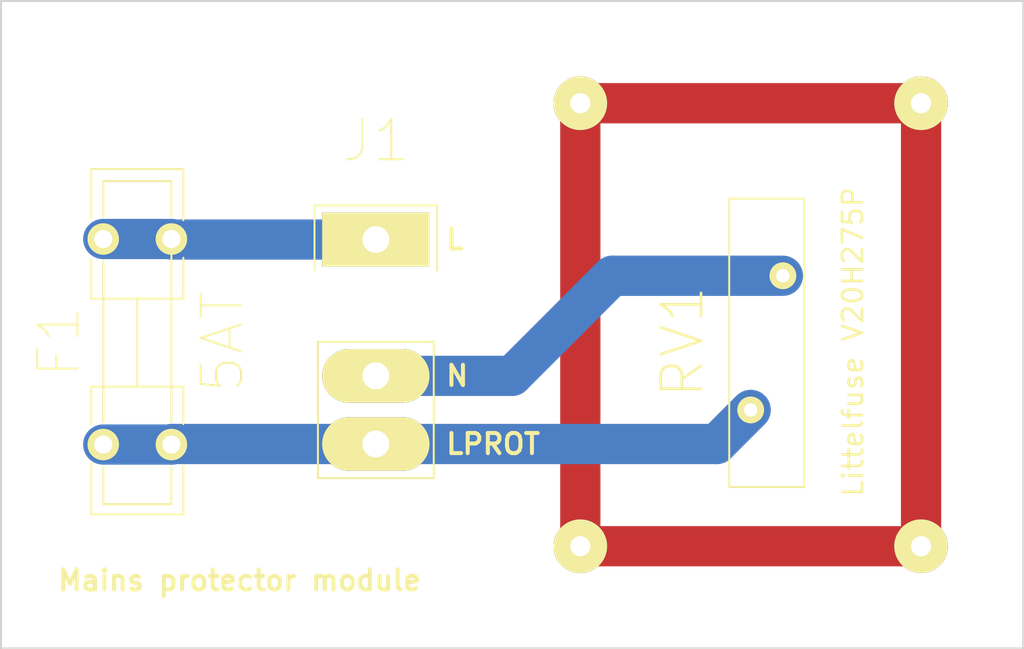
<source format=kicad_pcb>
(kicad_pcb (version 4) (host pcbnew 4.0.2+dfsg1-stable)

  (general
    (links 9)
    (no_connects 0)
    (area 109.144999 73.584999 185.495001 121.995001)
    (thickness 1.6)
    (drawings 8)
    (tracks 15)
    (zones 0)
    (modules 7)
    (nets 5)
  )

  (page A4)
  (title_block
    (title "MOV Surge Protector")
    (date 2017-10-03)
    (rev 1.0)
  )

  (layers
    (0 F.Cu signal)
    (31 B.Cu signal)
    (32 B.Adhes user)
    (33 F.Adhes user)
    (34 B.Paste user)
    (35 F.Paste user)
    (36 B.SilkS user)
    (37 F.SilkS user)
    (38 B.Mask user)
    (39 F.Mask user)
    (40 Dwgs.User user)
    (41 Cmts.User user)
    (42 Eco1.User user)
    (43 Eco2.User user)
    (44 Edge.Cuts user)
    (45 Margin user)
    (46 B.CrtYd user)
    (47 F.CrtYd user)
    (48 B.Fab user)
    (49 F.Fab user)
  )

  (setup
    (last_trace_width 3)
    (trace_clearance 1)
    (zone_clearance 0.508)
    (zone_45_only no)
    (trace_min 0.2)
    (segment_width 0.2)
    (edge_width 0.15)
    (via_size 0.6)
    (via_drill 0.4)
    (via_min_size 0.4)
    (via_min_drill 0.3)
    (uvia_size 0.3)
    (uvia_drill 0.1)
    (uvias_allowed no)
    (uvia_min_size 0.2)
    (uvia_min_drill 0.1)
    (pcb_text_width 0.3)
    (pcb_text_size 1.5 1.5)
    (mod_edge_width 0.15)
    (mod_text_size 1 1)
    (mod_text_width 0.15)
    (pad_size 4.0005 4.0005)
    (pad_drill 1.50114)
    (pad_to_mask_clearance 0.2)
    (aux_axis_origin 0 0)
    (visible_elements FFFFFF7F)
    (pcbplotparams
      (layerselection 0x010f0_80000001)
      (usegerberextensions false)
      (excludeedgelayer true)
      (linewidth 0.100000)
      (plotframeref false)
      (viasonmask false)
      (mode 1)
      (useauxorigin false)
      (hpglpennumber 1)
      (hpglpenspeed 20)
      (hpglpendiameter 15)
      (hpglpenoverlay 2)
      (psnegative false)
      (psa4output false)
      (plotreference true)
      (plotvalue true)
      (plotinvisibletext false)
      (padsonsilk false)
      (subtractmaskfromsilk false)
      (outputformat 1)
      (mirror false)
      (drillshape 0)
      (scaleselection 1)
      (outputdirectory ""))
  )

  (net 0 "")
  (net 1 "Net-(F1-Pad2)")
  (net 2 "Net-(F1-Pad1)")
  (net 3 "Net-(J1-Pad2)")
  (net 4 "Net-(MK1-Pad1)")

  (net_class Default "This is the default net class."
    (clearance 1)
    (trace_width 3)
    (via_dia 0.6)
    (via_drill 0.4)
    (uvia_dia 0.3)
    (uvia_drill 0.1)
    (add_net "Net-(F1-Pad1)")
    (add_net "Net-(F1-Pad2)")
    (add_net "Net-(J1-Pad2)")
    (add_net "Net-(MK1-Pad1)")
  )

  (module Fuse_Holders_and_Fuses:Fuseholder5x20_horiz_open_lateral_Type-II (layer F.Cu) (tedit 59D3EFA5) (tstamp 59D48CA9)
    (at 119.38 99.06 90)
    (descr "Fuseholder, 5x20, open, horizontal, Type-II, lateral,")
    (tags "Fuseholder, 5x20, open, horizontal, Type-II, lateral, Sicherungshalter, offen,")
    (path /59D3C993)
    (fp_text reference F1 (at 0 -5.842 90) (layer F.SilkS)
      (effects (font (size 3 3) (thickness 0.15)))
    )
    (fp_text value 5AT (at 0 6.35 90) (layer F.SilkS)
      (effects (font (size 3 3) (thickness 0.15)))
    )
    (fp_line (start 3.2512 0) (end -3.2512 0) (layer F.SilkS) (width 0.15))
    (fp_line (start 12.86764 3.429) (end 9.05764 3.429) (layer F.SilkS) (width 0.15))
    (fp_line (start 3.21564 3.429) (end 6.26364 3.429) (layer F.SilkS) (width 0.15))
    (fp_line (start 5.715 2.54) (end 8.382 2.54) (layer F.SilkS) (width 0.15))
    (fp_line (start 11.97864 2.54) (end 9.31164 2.54) (layer F.SilkS) (width 0.15))
    (fp_line (start 3.21564 -2.54) (end 6.00964 -2.54) (layer F.SilkS) (width 0.15))
    (fp_line (start 11.9761 -2.54) (end 9.3091 -2.54) (layer F.SilkS) (width 0.15))
    (fp_line (start 12.86764 -3.429) (end 9.18464 -3.429) (layer F.SilkS) (width 0.15))
    (fp_line (start 3.21564 -3.429) (end 6.13664 -3.429) (layer F.SilkS) (width 0.15))
    (fp_line (start -12.86764 3.429) (end -9.18464 3.429) (layer F.SilkS) (width 0.15))
    (fp_line (start -3.34264 3.429) (end -6.13664 3.429) (layer F.SilkS) (width 0.15))
    (fp_line (start -5.88264 2.54) (end -6.00964 2.54) (layer F.SilkS) (width 0.15))
    (fp_line (start -5.88264 2.54) (end -3.34264 2.54) (layer F.SilkS) (width 0.15))
    (fp_line (start -12.10564 2.54) (end -9.31164 2.54) (layer F.SilkS) (width 0.15))
    (fp_line (start -12.86764 -3.429) (end -9.05764 -3.429) (layer F.SilkS) (width 0.15))
    (fp_line (start -3.34264 -3.429) (end -6.13664 -3.429) (layer F.SilkS) (width 0.15))
    (fp_line (start -3.34264 -2.54) (end -6.00964 -2.54) (layer F.SilkS) (width 0.15))
    (fp_line (start -12.10564 -2.54) (end -9.31164 -2.54) (layer F.SilkS) (width 0.15))
    (fp_line (start 12.86764 -3.429) (end 12.86764 3.429) (layer F.SilkS) (width 0.15))
    (fp_line (start 3.21564 3.429) (end 3.21564 2.54) (layer F.SilkS) (width 0.15))
    (fp_line (start 3.21564 -3.429) (end 3.21564 -2.54) (layer F.SilkS) (width 0.15))
    (fp_line (start -12.86764 -3.429) (end -12.86764 3.429) (layer F.SilkS) (width 0.15))
    (fp_line (start -3.34264 3.429) (end -3.34264 2.54) (layer F.SilkS) (width 0.15))
    (fp_line (start -3.34264 -3.429) (end -3.34264 -2.413) (layer F.SilkS) (width 0.15))
    (fp_line (start 5.715 2.54) (end -5.969 2.54) (layer F.SilkS) (width 0.15))
    (fp_line (start -5.842 -2.54) (end 5.715 -2.54) (layer F.SilkS) (width 0.15))
    (fp_line (start -3.34264 0) (end -3.34264 -2.54) (layer F.SilkS) (width 0.15))
    (fp_line (start -12.1031 -2.54) (end -12.1031 2.54) (layer F.SilkS) (width 0.15))
    (fp_line (start -3.34264 2.54) (end -3.34264 0) (layer F.SilkS) (width 0.15))
    (fp_line (start 3.21564 0) (end 3.21564 -2.54) (layer F.SilkS) (width 0.15))
    (fp_line (start 11.9761 -2.54) (end 11.9761 2.54) (layer F.SilkS) (width 0.15))
    (fp_line (start 3.21564 2.54) (end 3.21564 0) (layer F.SilkS) (width 0.15))
    (pad 2 thru_hole circle (at 7.66064 -2.54 90) (size 2.3495 2.3495) (drill 1.34874) (layers *.Cu *.Mask F.SilkS)
      (net 1 "Net-(F1-Pad2)"))
    (pad 2 thru_hole circle (at 7.66064 2.54 90) (size 2.3495 2.3495) (drill 1.34874) (layers *.Cu *.Mask F.SilkS)
      (net 1 "Net-(F1-Pad2)"))
    (pad 1 thru_hole circle (at -7.66064 -2.54 90) (size 2.3495 2.3495) (drill 1.34874) (layers *.Cu *.Mask F.SilkS)
      (net 2 "Net-(F1-Pad1)"))
    (pad 1 thru_hole circle (at -7.66064 2.54 90) (size 2.3495 2.3495) (drill 1.34874) (layers *.Cu *.Mask F.SilkS)
      (net 2 "Net-(F1-Pad1)"))
  )

  (module fan-controller_parts:MOV_Surge_Protector (layer F.Cu) (tedit 59D3ECB9) (tstamp 59D48CBB)
    (at 137.16 91.44)
    (descr "MOV surge protector")
    (tags "mov surge protector")
    (path /59D3EB2E)
    (fp_text reference J1 (at 0 -7.366) (layer F.SilkS)
      (effects (font (size 3 3) (thickness 0.15)))
    )
    (fp_text value Conn_01x03_Female (at 0 -7.62) (layer F.Fab) hide
      (effects (font (size 1 1) (thickness 0.15)))
    )
    (fp_line (start 4.572 -2.54) (end 4.572 2.286) (layer F.SilkS) (width 0.15))
    (fp_line (start -4.572 -2.54) (end -4.572 2.286) (layer F.SilkS) (width 0.15))
    (fp_line (start -4.318 7.62) (end -4.318 17.78) (layer F.SilkS) (width 0.15))
    (fp_line (start -4.318 17.78) (end 4.318 17.78) (layer F.SilkS) (width 0.15))
    (fp_line (start 4.318 17.78) (end 4.318 7.62) (layer F.SilkS) (width 0.15))
    (fp_line (start 4.318 7.62) (end -4.318 7.62) (layer F.SilkS) (width 0.15))
    (fp_line (start -4.572 -2.54) (end 4.572 -2.54) (layer F.SilkS) (width 0.15))
    (fp_line (start -5.08 -5.08) (end -5.08 20.32) (layer F.CrtYd) (width 0.15))
    (fp_line (start -5.08 20.32) (end 5.08 20.32) (layer F.CrtYd) (width 0.15))
    (fp_line (start 5.08 20.32) (end 5.08 -5.08) (layer F.CrtYd) (width 0.15))
    (fp_line (start 5.08 -5.08) (end -5.08 -5.08) (layer F.CrtYd) (width 0.15))
    (pad 1 thru_hole rect (at 0 0) (size 8 4) (drill 2) (layers *.Cu *.Mask F.SilkS)
      (net 1 "Net-(F1-Pad2)"))
    (pad 2 thru_hole oval (at 0 10.16) (size 8 4) (drill 2) (layers *.Cu *.Mask F.SilkS)
      (net 3 "Net-(J1-Pad2)"))
    (pad 3 thru_hole oval (at 0 15.24) (size 8 4) (drill 2) (layers *.Cu *.Mask F.SilkS)
      (net 2 "Net-(F1-Pad1)"))
  )

  (module Varistors:RV_Disc_D21.5_W5.6_P10 (layer F.Cu) (tedit 59D3F0AB) (tstamp 59D48CC1)
    (at 165.1 104.14 90)
    (tags "varistor SIOV")
    (path /59D3C928)
    (fp_text reference RV1 (at 5.08 -5.08 90) (layer F.SilkS)
      (effects (font (size 3 3) (thickness 0.2)))
    )
    (fp_text value "Littelfuse V20H275P" (at 5.08 7.62 90) (layer F.SilkS)
      (effects (font (size 1.5 1.5) (thickness 0.2)))
    )
    (fp_line (start -6 4.25) (end 16 4.25) (layer F.CrtYd) (width 0.05))
    (fp_line (start -6 -1.85) (end 16 -1.85) (layer F.CrtYd) (width 0.05))
    (fp_line (start 16 -1.85) (end 16 4.25) (layer F.CrtYd) (width 0.05))
    (fp_line (start -6 -1.85) (end -6 4.25) (layer F.CrtYd) (width 0.05))
    (fp_line (start -5.75 4) (end 15.75 4) (layer F.SilkS) (width 0.15))
    (fp_line (start -5.75 -1.6) (end 15.75 -1.6) (layer F.SilkS) (width 0.15))
    (fp_line (start 15.75 -1.6) (end 15.75 4) (layer F.SilkS) (width 0.15))
    (fp_line (start -5.75 -1.6) (end -5.75 4) (layer F.SilkS) (width 0.15))
    (pad 1 thru_hole circle (at 0 0 90) (size 2 2) (drill 1) (layers *.Cu *.Mask F.SilkS)
      (net 2 "Net-(F1-Pad1)"))
    (pad 2 thru_hole circle (at 10 2.4 90) (size 2 2) (drill 1) (layers *.Cu *.Mask F.SilkS)
      (net 3 "Net-(J1-Pad2)"))
  )

  (module Wire_Pads:SolderWirePad_single_1-5mmDrill (layer F.Cu) (tedit 59D3EF19) (tstamp 59D499D8)
    (at 152.4 81.28)
    (path /59D3F019)
    (fp_text reference MK1 (at 0 -3.81) (layer F.SilkS) hide
      (effects (font (size 1 1) (thickness 0.15)))
    )
    (fp_text value Mounting_Hole_PAD (at -0.635 3.81) (layer F.Fab) hide
      (effects (font (size 1 1) (thickness 0.15)))
    )
    (pad 1 thru_hole circle (at 0 0) (size 4.0005 4.0005) (drill 1.50114) (layers *.Cu *.Mask F.SilkS)
      (net 4 "Net-(MK1-Pad1)"))
  )

  (module Wire_Pads:SolderWirePad_single_1-5mmDrill (layer F.Cu) (tedit 59D3EEF9) (tstamp 59D499DD)
    (at 177.8 81.28)
    (path /59D3EFE7)
    (fp_text reference MK2 (at 0 -3.81) (layer F.SilkS) hide
      (effects (font (size 1 1) (thickness 0.15)))
    )
    (fp_text value Mounting_Hole_PAD (at -0.635 3.81) (layer F.Fab) hide
      (effects (font (size 1 1) (thickness 0.15)))
    )
    (pad 1 thru_hole circle (at 0 0) (size 4.0005 4.0005) (drill 1.50114) (layers *.Cu *.Mask F.SilkS)
      (net 4 "Net-(MK1-Pad1)"))
  )

  (module Wire_Pads:SolderWirePad_single_1-5mmDrill (layer F.Cu) (tedit 59D3EF2F) (tstamp 59D499E2)
    (at 152.4 114.3)
    (path /59D3EFBA)
    (fp_text reference MK3 (at 0 -3.81) (layer F.SilkS) hide
      (effects (font (size 1 1) (thickness 0.15)))
    )
    (fp_text value Mounting_Hole_PAD (at -0.635 3.81) (layer F.Fab) hide
      (effects (font (size 1 1) (thickness 0.15)))
    )
    (pad 1 thru_hole circle (at 0 0) (size 4.0005 4.0005) (drill 1.50114) (layers *.Cu *.Mask F.SilkS)
      (net 4 "Net-(MK1-Pad1)"))
  )

  (module Wire_Pads:SolderWirePad_single_1-5mmDrill (layer F.Cu) (tedit 59D3EF47) (tstamp 59D499E7)
    (at 177.8 114.3)
    (path /59D3EF52)
    (fp_text reference MK4 (at 0 -3.81) (layer F.SilkS) hide
      (effects (font (size 1 1) (thickness 0.15)))
    )
    (fp_text value Mounting_Hole_PAD (at -0.635 3.81) (layer F.Fab) hide
      (effects (font (size 1 1) (thickness 0.15)))
    )
    (pad 1 thru_hole circle (at 0 0) (size 4.0005 4.0005) (drill 1.50114) (layers *.Cu *.Mask F.SilkS)
      (net 4 "Net-(MK1-Pad1)"))
  )

  (gr_text LPROT (at 142.24 106.68) (layer F.SilkS)
    (effects (font (size 1.5 1.5) (thickness 0.3)) (justify left))
  )
  (gr_text N (at 142.24 101.6) (layer F.SilkS)
    (effects (font (size 1.5 1.5) (thickness 0.3)) (justify left))
  )
  (gr_text L (at 142.24 91.44) (layer F.SilkS)
    (effects (font (size 1.5 1.5) (thickness 0.3)) (justify left))
  )
  (gr_text "Mains protector module" (at 127 116.84) (layer F.SilkS)
    (effects (font (size 1.5 1.5) (thickness 0.3)))
  )
  (gr_line (start 185.42 121.92) (end 185.42 73.66) (angle 90) (layer Edge.Cuts) (width 0.15))
  (gr_line (start 109.22 121.92) (end 185.42 121.92) (angle 90) (layer Edge.Cuts) (width 0.15))
  (gr_line (start 109.22 73.66) (end 109.22 121.92) (angle 90) (layer Edge.Cuts) (width 0.15))
  (gr_line (start 185.42 73.66) (end 109.22 73.66) (angle 90) (layer Edge.Cuts) (width 0.15))

  (segment (start 137.16 91.44) (end 121.96064 91.44) (width 3) (layer B.Cu) (net 1))
  (segment (start 121.96064 91.44) (end 121.92 91.39936) (width 3) (layer B.Cu) (net 1) (tstamp 59D493AB))
  (segment (start 121.92 91.39936) (end 116.84 91.39936) (width 3) (layer B.Cu) (net 1) (tstamp 59D493AC))
  (segment (start 137.16 106.68) (end 162.56 106.68) (width 3) (layer B.Cu) (net 2))
  (segment (start 162.56 106.68) (end 165.1 104.14) (width 3) (layer B.Cu) (net 2) (tstamp 59D493BA))
  (segment (start 137.16 106.68) (end 121.96064 106.68) (width 3) (layer B.Cu) (net 2))
  (segment (start 121.96064 106.68) (end 121.92 106.72064) (width 3) (layer B.Cu) (net 2) (tstamp 59D493AF))
  (segment (start 121.92 106.72064) (end 116.84 106.72064) (width 3) (layer B.Cu) (net 2) (tstamp 59D493B0))
  (segment (start 167.5 94.14) (end 154.78 94.14) (width 3) (layer B.Cu) (net 3))
  (segment (start 147.32 101.6) (end 137.16 101.6) (width 3) (layer B.Cu) (net 3) (tstamp 59D493BE))
  (segment (start 154.78 94.14) (end 147.32 101.6) (width 3) (layer B.Cu) (net 3) (tstamp 59D493BD))
  (segment (start 152.4 114.3) (end 177.8 114.3) (width 3) (layer F.Cu) (net 4) (status C00000))
  (segment (start 152.4 81.28) (end 177.8 81.28) (width 3) (layer F.Cu) (net 4) (status C00000))
  (segment (start 177.8 81.28) (end 177.8 114.3) (width 3) (layer F.Cu) (net 4) (tstamp 59D499FD))
  (segment (start 152.4 114.3) (end 152.4 81.28) (width 3) (layer F.Cu) (net 4) (tstamp 59D499FF))

)

</source>
